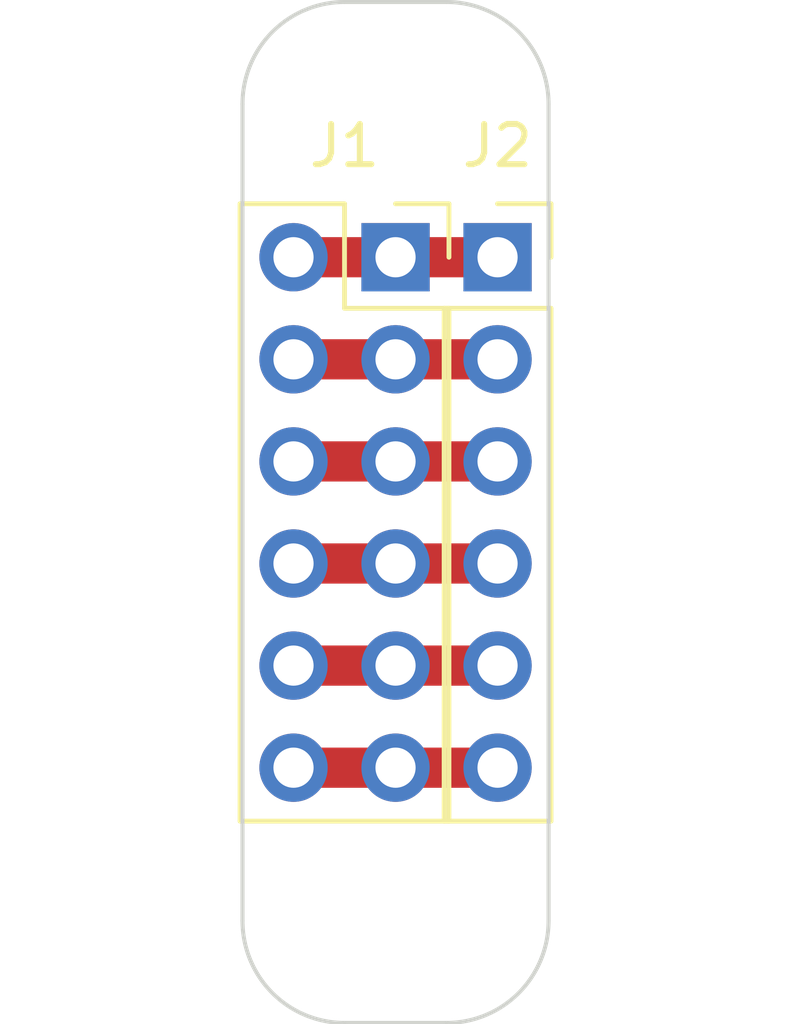
<source format=kicad_pcb>
(kicad_pcb (version 20171130) (host pcbnew "(5.1.5)-3")

  (general
    (thickness 1.6)
    (drawings 8)
    (tracks 12)
    (zones 0)
    (modules 2)
    (nets 7)
  )

  (page A4)
  (layers
    (0 F.Cu signal)
    (31 B.Cu signal)
    (32 B.Adhes user)
    (33 F.Adhes user)
    (34 B.Paste user)
    (35 F.Paste user)
    (36 B.SilkS user)
    (37 F.SilkS user)
    (38 B.Mask user)
    (39 F.Mask user)
    (40 Dwgs.User user)
    (41 Cmts.User user)
    (42 Eco1.User user)
    (43 Eco2.User user)
    (44 Edge.Cuts user)
    (45 Margin user)
    (46 B.CrtYd user)
    (47 F.CrtYd user)
    (48 B.Fab user)
    (49 F.Fab user)
  )

  (setup
    (last_trace_width 1)
    (trace_clearance 0.2)
    (zone_clearance 0.508)
    (zone_45_only no)
    (trace_min 0.2)
    (via_size 0.8)
    (via_drill 0.4)
    (via_min_size 0.4)
    (via_min_drill 0.3)
    (uvia_size 0.3)
    (uvia_drill 0.1)
    (uvias_allowed no)
    (uvia_min_size 0.2)
    (uvia_min_drill 0.1)
    (edge_width 0.05)
    (segment_width 0.2)
    (pcb_text_width 0.3)
    (pcb_text_size 1.5 1.5)
    (mod_edge_width 0.12)
    (mod_text_size 1 1)
    (mod_text_width 0.15)
    (pad_size 1.524 1.524)
    (pad_drill 0.762)
    (pad_to_mask_clearance 0.051)
    (solder_mask_min_width 0.25)
    (aux_axis_origin 22.86 13.97)
    (visible_elements 7FFFFFFF)
    (pcbplotparams
      (layerselection 0x010f0_ffffffff)
      (usegerberextensions true)
      (usegerberattributes false)
      (usegerberadvancedattributes false)
      (creategerberjobfile false)
      (excludeedgelayer true)
      (linewidth 0.100000)
      (plotframeref false)
      (viasonmask false)
      (mode 1)
      (useauxorigin true)
      (hpglpennumber 1)
      (hpglpenspeed 20)
      (hpglpendiameter 15.000000)
      (psnegative false)
      (psa4output false)
      (plotreference true)
      (plotvalue true)
      (plotinvisibletext false)
      (padsonsilk false)
      (subtractmaskfromsilk false)
      (outputformat 1)
      (mirror false)
      (drillshape 0)
      (scaleselection 1)
      (outputdirectory "gerber"))
  )

  (net 0 "")
  (net 1 "Net-(J1-Pad11)")
  (net 2 "Net-(J1-Pad10)")
  (net 3 "Net-(J1-Pad3)")
  (net 4 "Net-(J1-Pad1)")
  (net 5 "Net-(J1-Pad7)")
  (net 6 "Net-(J1-Pad5)")

  (net_class Default "Dies ist die voreingestellte Netzklasse."
    (clearance 0.2)
    (trace_width 1)
    (via_dia 0.8)
    (via_drill 0.4)
    (uvia_dia 0.3)
    (uvia_drill 0.1)
    (add_net "Net-(J1-Pad1)")
    (add_net "Net-(J1-Pad10)")
    (add_net "Net-(J1-Pad11)")
    (add_net "Net-(J1-Pad3)")
    (add_net "Net-(J1-Pad5)")
    (add_net "Net-(J1-Pad7)")
  )

  (module Connector_PinSocket_2.54mm:PinSocket_1x06_P2.54mm_Vertical (layer F.Cu) (tedit 5A19A430) (tstamp 5E088FC1)
    (at 29.21 20.32)
    (descr "Through hole straight socket strip, 1x06, 2.54mm pitch, single row (from Kicad 4.0.7), script generated")
    (tags "Through hole socket strip THT 1x06 2.54mm single row")
    (path /5E08914C)
    (fp_text reference J2 (at 0 -2.77) (layer F.SilkS)
      (effects (font (size 1 1) (thickness 0.15)))
    )
    (fp_text value Conn_01x06_Female (at 0 15.47) (layer F.Fab)
      (effects (font (size 1 1) (thickness 0.15)))
    )
    (fp_text user %R (at 0 6.35 90) (layer F.Fab)
      (effects (font (size 1 1) (thickness 0.15)))
    )
    (fp_line (start -1.8 14.45) (end -1.8 -1.8) (layer F.CrtYd) (width 0.05))
    (fp_line (start 1.75 14.45) (end -1.8 14.45) (layer F.CrtYd) (width 0.05))
    (fp_line (start 1.75 -1.8) (end 1.75 14.45) (layer F.CrtYd) (width 0.05))
    (fp_line (start -1.8 -1.8) (end 1.75 -1.8) (layer F.CrtYd) (width 0.05))
    (fp_line (start 0 -1.33) (end 1.33 -1.33) (layer F.SilkS) (width 0.12))
    (fp_line (start 1.33 -1.33) (end 1.33 0) (layer F.SilkS) (width 0.12))
    (fp_line (start 1.33 1.27) (end 1.33 14.03) (layer F.SilkS) (width 0.12))
    (fp_line (start -1.33 14.03) (end 1.33 14.03) (layer F.SilkS) (width 0.12))
    (fp_line (start -1.33 1.27) (end -1.33 14.03) (layer F.SilkS) (width 0.12))
    (fp_line (start -1.33 1.27) (end 1.33 1.27) (layer F.SilkS) (width 0.12))
    (fp_line (start -1.27 13.97) (end -1.27 -1.27) (layer F.Fab) (width 0.1))
    (fp_line (start 1.27 13.97) (end -1.27 13.97) (layer F.Fab) (width 0.1))
    (fp_line (start 1.27 -0.635) (end 1.27 13.97) (layer F.Fab) (width 0.1))
    (fp_line (start 0.635 -1.27) (end 1.27 -0.635) (layer F.Fab) (width 0.1))
    (fp_line (start -1.27 -1.27) (end 0.635 -1.27) (layer F.Fab) (width 0.1))
    (pad 6 thru_hole oval (at 0 12.7) (size 1.7 1.7) (drill 1) (layers *.Cu *.Mask)
      (net 1 "Net-(J1-Pad11)"))
    (pad 5 thru_hole oval (at 0 10.16) (size 1.7 1.7) (drill 1) (layers *.Cu *.Mask)
      (net 2 "Net-(J1-Pad10)"))
    (pad 4 thru_hole oval (at 0 7.62) (size 1.7 1.7) (drill 1) (layers *.Cu *.Mask)
      (net 5 "Net-(J1-Pad7)"))
    (pad 3 thru_hole oval (at 0 5.08) (size 1.7 1.7) (drill 1) (layers *.Cu *.Mask)
      (net 6 "Net-(J1-Pad5)"))
    (pad 2 thru_hole oval (at 0 2.54) (size 1.7 1.7) (drill 1) (layers *.Cu *.Mask)
      (net 3 "Net-(J1-Pad3)"))
    (pad 1 thru_hole rect (at 0 0) (size 1.7 1.7) (drill 1) (layers *.Cu *.Mask)
      (net 4 "Net-(J1-Pad1)"))
    (model ${KISYS3DMOD}/Connector_PinSocket_2.54mm.3dshapes/PinSocket_1x06_P2.54mm_Vertical.wrl
      (at (xyz 0 0 0))
      (scale (xyz 1 1 1))
      (rotate (xyz 0 0 0))
    )
  )

  (module Connector_PinSocket_2.54mm:PinSocket_2x06_P2.54mm_Vertical (layer F.Cu) (tedit 5A19A42B) (tstamp 5E08DAA4)
    (at 26.67 20.32)
    (descr "Through hole straight socket strip, 2x06, 2.54mm pitch, double cols (from Kicad 4.0.7), script generated")
    (tags "Through hole socket strip THT 2x06 2.54mm double row")
    (path /5E08DB1D)
    (fp_text reference J1 (at -1.27 -2.77) (layer F.SilkS)
      (effects (font (size 1 1) (thickness 0.15)))
    )
    (fp_text value Conn_02x06_Odd_Even (at -1.27 15.47) (layer F.Fab)
      (effects (font (size 1 1) (thickness 0.15)))
    )
    (fp_text user %R (at -1.27 6.35 90) (layer F.Fab)
      (effects (font (size 1 1) (thickness 0.15)))
    )
    (fp_line (start -4.34 14.45) (end -4.34 -1.8) (layer F.CrtYd) (width 0.05))
    (fp_line (start 1.76 14.45) (end -4.34 14.45) (layer F.CrtYd) (width 0.05))
    (fp_line (start 1.76 -1.8) (end 1.76 14.45) (layer F.CrtYd) (width 0.05))
    (fp_line (start -4.34 -1.8) (end 1.76 -1.8) (layer F.CrtYd) (width 0.05))
    (fp_line (start 0 -1.33) (end 1.33 -1.33) (layer F.SilkS) (width 0.12))
    (fp_line (start 1.33 -1.33) (end 1.33 0) (layer F.SilkS) (width 0.12))
    (fp_line (start -1.27 -1.33) (end -1.27 1.27) (layer F.SilkS) (width 0.12))
    (fp_line (start -1.27 1.27) (end 1.33 1.27) (layer F.SilkS) (width 0.12))
    (fp_line (start 1.33 1.27) (end 1.33 14.03) (layer F.SilkS) (width 0.12))
    (fp_line (start -3.87 14.03) (end 1.33 14.03) (layer F.SilkS) (width 0.12))
    (fp_line (start -3.87 -1.33) (end -3.87 14.03) (layer F.SilkS) (width 0.12))
    (fp_line (start -3.87 -1.33) (end -1.27 -1.33) (layer F.SilkS) (width 0.12))
    (fp_line (start -3.81 13.97) (end -3.81 -1.27) (layer F.Fab) (width 0.1))
    (fp_line (start 1.27 13.97) (end -3.81 13.97) (layer F.Fab) (width 0.1))
    (fp_line (start 1.27 -0.27) (end 1.27 13.97) (layer F.Fab) (width 0.1))
    (fp_line (start 0.27 -1.27) (end 1.27 -0.27) (layer F.Fab) (width 0.1))
    (fp_line (start -3.81 -1.27) (end 0.27 -1.27) (layer F.Fab) (width 0.1))
    (pad 12 thru_hole oval (at -2.54 12.7) (size 1.7 1.7) (drill 1) (layers *.Cu *.Mask)
      (net 1 "Net-(J1-Pad11)"))
    (pad 11 thru_hole oval (at 0 12.7) (size 1.7 1.7) (drill 1) (layers *.Cu *.Mask)
      (net 1 "Net-(J1-Pad11)"))
    (pad 10 thru_hole oval (at -2.54 10.16) (size 1.7 1.7) (drill 1) (layers *.Cu *.Mask)
      (net 2 "Net-(J1-Pad10)"))
    (pad 9 thru_hole oval (at 0 10.16) (size 1.7 1.7) (drill 1) (layers *.Cu *.Mask)
      (net 2 "Net-(J1-Pad10)"))
    (pad 8 thru_hole oval (at -2.54 7.62) (size 1.7 1.7) (drill 1) (layers *.Cu *.Mask)
      (net 5 "Net-(J1-Pad7)"))
    (pad 7 thru_hole oval (at 0 7.62) (size 1.7 1.7) (drill 1) (layers *.Cu *.Mask)
      (net 5 "Net-(J1-Pad7)"))
    (pad 6 thru_hole oval (at -2.54 5.08) (size 1.7 1.7) (drill 1) (layers *.Cu *.Mask)
      (net 6 "Net-(J1-Pad5)"))
    (pad 5 thru_hole oval (at 0 5.08) (size 1.7 1.7) (drill 1) (layers *.Cu *.Mask)
      (net 6 "Net-(J1-Pad5)"))
    (pad 4 thru_hole oval (at -2.54 2.54) (size 1.7 1.7) (drill 1) (layers *.Cu *.Mask)
      (net 3 "Net-(J1-Pad3)"))
    (pad 3 thru_hole oval (at 0 2.54) (size 1.7 1.7) (drill 1) (layers *.Cu *.Mask)
      (net 3 "Net-(J1-Pad3)"))
    (pad 2 thru_hole oval (at -2.54 0) (size 1.7 1.7) (drill 1) (layers *.Cu *.Mask)
      (net 4 "Net-(J1-Pad1)"))
    (pad 1 thru_hole rect (at 0 0) (size 1.7 1.7) (drill 1) (layers *.Cu *.Mask)
      (net 4 "Net-(J1-Pad1)"))
    (model ${KISYS3DMOD}/Connector_PinSocket_2.54mm.3dshapes/PinSocket_2x06_P2.54mm_Vertical.wrl
      (at (xyz 0 0 0))
      (scale (xyz 1 1 1))
      (rotate (xyz 0 0 0))
    )
  )

  (gr_arc (start 27.94 36.83) (end 27.94 39.37) (angle -90) (layer Edge.Cuts) (width 0.1) (tstamp 5E089008))
  (gr_line (start 25.4 39.37) (end 27.94 39.37) (layer Edge.Cuts) (width 0.1) (tstamp 5E089002))
  (gr_line (start 25.4 13.97) (end 27.94 13.97) (layer Edge.Cuts) (width 0.1) (tstamp 5E088FFE))
  (gr_arc (start 27.94 16.51) (end 30.48 16.51) (angle -90) (layer Edge.Cuts) (width 0.1) (tstamp 5E088FFA))
  (gr_arc (start 25.4 36.83) (end 22.86 36.83) (angle -90) (layer Edge.Cuts) (width 0.1))
  (gr_arc (start 25.4 16.51) (end 25.4 13.97) (angle -90) (layer Edge.Cuts) (width 0.1))
  (gr_line (start 30.48 16.51) (end 30.48 36.83) (layer Edge.Cuts) (width 0.1))
  (gr_line (start 22.86 36.83) (end 22.86 16.51) (layer Edge.Cuts) (width 0.1))

  (segment (start 26.67 33.02) (end 24.13 33.02) (width 1) (layer F.Cu) (net 1))
  (segment (start 26.67 33.02) (end 29.21 33.02) (width 1) (layer F.Cu) (net 1))
  (segment (start 26.67 30.48) (end 24.13 30.48) (width 1) (layer F.Cu) (net 2))
  (segment (start 26.67 30.48) (end 29.21 30.48) (width 1) (layer F.Cu) (net 2))
  (segment (start 26.67 22.86) (end 24.13 22.86) (width 1) (layer F.Cu) (net 3))
  (segment (start 26.67 22.86) (end 29.21 22.86) (width 1) (layer F.Cu) (net 3))
  (segment (start 26.67 20.32) (end 24.13 20.32) (width 1) (layer F.Cu) (net 4))
  (segment (start 26.67 20.32) (end 29.21 20.32) (width 1) (layer F.Cu) (net 4))
  (segment (start 26.67 27.94) (end 24.13 27.94) (width 1) (layer F.Cu) (net 5))
  (segment (start 26.67 27.94) (end 29.21 27.94) (width 1) (layer F.Cu) (net 5))
  (segment (start 26.67 25.4) (end 24.13 25.4) (width 1) (layer F.Cu) (net 6))
  (segment (start 26.67 25.4) (end 29.21 25.4) (width 1) (layer F.Cu) (net 6))

)

</source>
